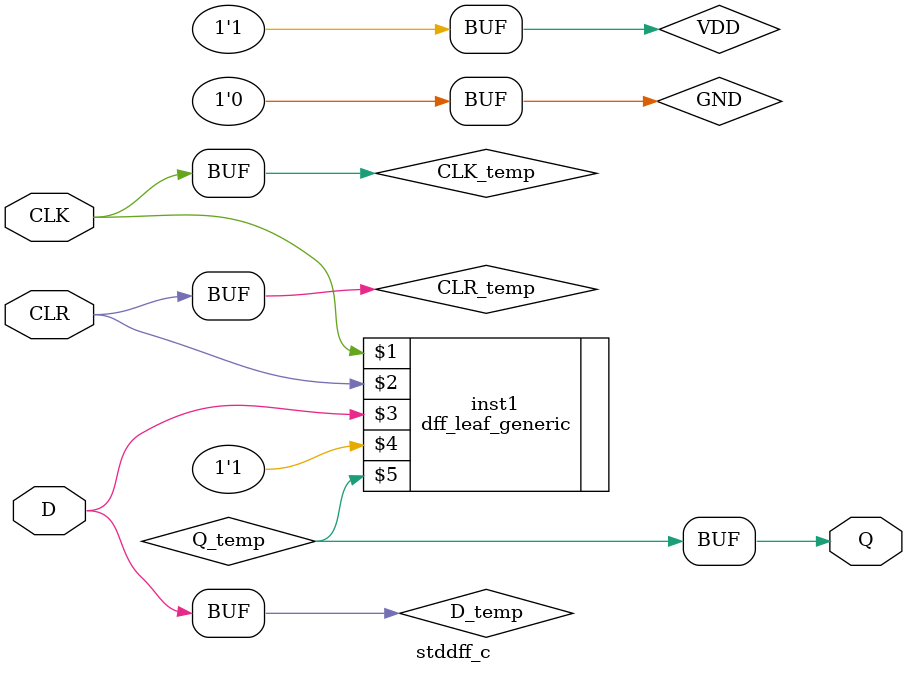
<source format=v>
module stddff_c(CLK,CLR,D,Q);
  parameter
        d_CLK_r = 0,
        d_CLK_f = 0,
        d_CLR_r = 0,
        d_CLR_f = 0,
        d_D_r = 0,
        d_D_f = 0,
        d_Q_r = 1,
        d_Q_f = 1;
  input  CLK;
  input  CLR;
  input  D;
  output  Q;
  wire  CLK_temp;
  wire  CLR_temp;
  wire  D_temp;
  wire  Q_temp;
  supply0  GND;
  supply1  VDD;
  assign #(d_CLK_r,d_CLK_f) CLK_temp = CLK|CLK;
  assign #(d_CLR_r,d_CLR_f) CLR_temp = CLR|CLR;
  assign #(d_D_r,d_D_f) D_temp = D|D;
  assign #(d_Q_r,d_Q_f) Q = Q_temp;
  dff_leaf_generic inst1 (CLK_temp,CLR_temp,D_temp,VDD,Q_temp);
  specify
    specparam
      t_hold_D = 0,
      t_setup_D = 0,
      t_width_CLR = 0;
    $hold(posedge CLK , D , t_hold_D);
    $setup(D , posedge CLK , t_setup_D);
    $width(negedge CLR , t_width_CLR);
  endspecify
endmodule

</source>
